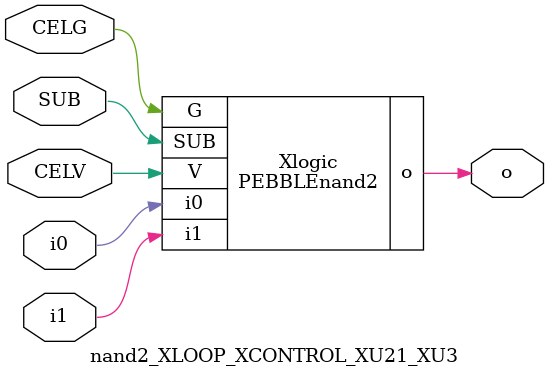
<source format=v>



module PEBBLEnand2 ( o, G, SUB, V, i0, i1 );

  input i0;
  input V;
  input i1;
  input G;
  output o;
  input SUB;
endmodule

//Celera Confidential Do Not Copy nand2_XLOOP_XCONTROL_XU21_XU3
//Celera Confidential Symbol Generator
//5V NAND2
module nand2_XLOOP_XCONTROL_XU21_XU3 (CELV,CELG,i0,i1,o,SUB);
input CELV;
input CELG;
input i0;
input i1;
input SUB;
output o;

//Celera Confidential Do Not Copy nand2
PEBBLEnand2 Xlogic(
.V (CELV),
.i0 (i0),
.i1 (i1),
.o (o),
.SUB (SUB),
.G (CELG)
);
//,diesize,PEBBLEnand2

//Celera Confidential Do Not Copy Module End
//Celera Schematic Generator
endmodule

</source>
